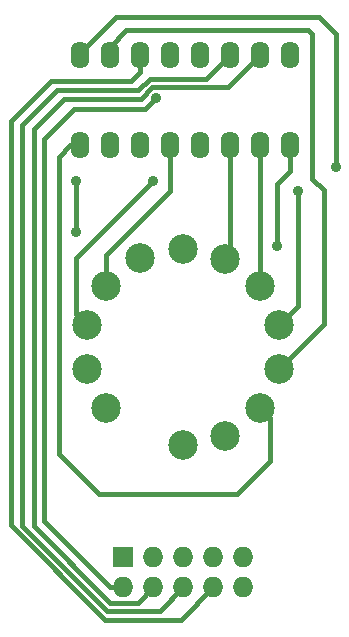
<source format=gtl>
G04 #@! TF.FileFunction,Copper,L1,Top,Signal*
%FSLAX46Y46*%
G04 Gerber Fmt 4.6, Leading zero omitted, Abs format (unit mm)*
G04 Created by KiCad (PCBNEW 4.0.4-stable) date 12/20/16 14:51:55*
%MOMM*%
%LPD*%
G01*
G04 APERTURE LIST*
%ADD10C,0.100000*%
%ADD11R,1.727200X1.727200*%
%ADD12O,1.727200X1.727200*%
%ADD13O,1.600000X2.300000*%
%ADD14C,2.500000*%
%ADD15C,0.889000*%
%ADD16C,0.381000*%
G04 APERTURE END LIST*
D10*
D11*
X141777720Y-121554240D03*
D12*
X141777720Y-124094240D03*
X144317720Y-121554240D03*
X144317720Y-124094240D03*
X146857720Y-121554240D03*
X146857720Y-124094240D03*
X149397720Y-121554240D03*
X149397720Y-124094240D03*
X151937720Y-121554240D03*
X151937720Y-124094240D03*
D13*
X138079480Y-79070200D03*
X140619480Y-79070200D03*
X143159480Y-79070200D03*
X145699480Y-79070200D03*
X148239480Y-79070200D03*
X150779480Y-79070200D03*
X153319480Y-79070200D03*
X155859480Y-79070200D03*
X155859480Y-86690200D03*
X153319480Y-86690200D03*
X150779480Y-86690200D03*
X148239480Y-86690200D03*
X145699480Y-86690200D03*
X143159480Y-86690200D03*
X140619480Y-86690200D03*
X138079480Y-86690200D03*
D14*
X140271680Y-108964240D03*
X138671680Y-105624240D03*
X138671680Y-101914240D03*
X140281680Y-98574240D03*
X143181680Y-96264240D03*
X146791680Y-95444240D03*
X150411680Y-96274240D03*
X153301680Y-98584240D03*
X154911680Y-105634240D03*
X154911680Y-101914240D03*
X153301680Y-108964240D03*
X150401680Y-111284240D03*
X146791680Y-112104240D03*
D15*
X137750000Y-94000000D03*
X137750000Y-89750000D03*
X144250000Y-89750000D03*
X154750000Y-95250000D03*
X156524960Y-90581480D03*
X159750000Y-88500000D03*
X144551400Y-82661760D03*
D16*
X137750000Y-89750000D02*
X137750000Y-94000000D01*
X155859480Y-86690200D02*
X155859480Y-88879680D01*
X154762200Y-89976960D02*
X154750000Y-95250000D01*
X155859480Y-88879680D02*
X154762200Y-89976960D01*
X137750000Y-100992560D02*
X138671680Y-101914240D01*
X137750000Y-96250000D02*
X137750000Y-100992560D01*
X144251680Y-89748320D02*
X137750000Y-96250000D01*
X145699480Y-86690200D02*
X145699480Y-90535760D01*
X140281680Y-95953560D02*
X140281680Y-98574240D01*
X145699480Y-90535760D02*
X140281680Y-95953560D01*
X150779480Y-86690200D02*
X150779480Y-95906440D01*
X150779480Y-95906440D02*
X150411680Y-96274240D01*
X153319480Y-86690200D02*
X153319480Y-98566440D01*
X153319480Y-98566440D02*
X153301680Y-98584240D01*
X156443680Y-76931520D02*
X157431520Y-76931520D01*
X140619480Y-78328520D02*
X142016480Y-76931520D01*
X142016480Y-76931520D02*
X156443680Y-76931520D01*
X157750000Y-77250000D02*
X157750000Y-78238480D01*
X157431520Y-76931520D02*
X157750000Y-77250000D01*
X157750320Y-78238160D02*
X157750000Y-78238480D01*
X154911680Y-105634240D02*
X157500320Y-103045600D01*
X157750000Y-78238480D02*
X157750000Y-89500000D01*
X157750000Y-89500000D02*
X158750000Y-90500000D01*
X158750000Y-90500000D02*
X158750000Y-101795920D01*
X158750000Y-101795920D02*
X157500320Y-103045600D01*
X140619480Y-79070200D02*
X140619480Y-78328520D01*
X156524960Y-90581480D02*
X156524960Y-100300960D01*
X154911680Y-101914240D02*
X156524960Y-100300960D01*
X158329160Y-75829160D02*
X159750000Y-77250000D01*
X159750000Y-77250000D02*
X159750000Y-78749400D01*
X159750000Y-78749400D02*
X159750000Y-87198960D01*
X158329160Y-75829160D02*
X156750000Y-75829160D01*
X159750000Y-88500000D02*
X159750000Y-87198960D01*
X138079480Y-79070200D02*
X138079480Y-78902560D01*
X138079480Y-78902560D02*
X141152880Y-75829160D01*
X141152880Y-75829160D02*
X156750000Y-75829160D01*
X156750000Y-75829160D02*
X156829760Y-75829160D01*
X155402280Y-101423640D02*
X154911680Y-101914240D01*
X155402280Y-101423640D02*
X154911680Y-101914240D01*
X138079480Y-86690200D02*
X137276840Y-86690200D01*
X154147520Y-113436400D02*
X154147520Y-109810080D01*
X151353520Y-116230400D02*
X154147520Y-113436400D01*
X139730480Y-116230400D02*
X151353520Y-116230400D01*
X136291320Y-112791240D02*
X139730480Y-116230400D01*
X136291320Y-87675720D02*
X136291320Y-112791240D01*
X137276840Y-86690200D02*
X136291320Y-87675720D01*
X154147520Y-109810080D02*
X153301680Y-108964240D01*
X153151840Y-108814400D02*
X153301680Y-108964240D01*
X137586720Y-83596480D02*
X143616680Y-83596480D01*
X135026400Y-86156800D02*
X137586720Y-83596480D01*
X141777720Y-124094240D02*
X140634720Y-124094240D01*
X135026400Y-118485920D02*
X135026400Y-87228680D01*
X140634720Y-124094240D02*
X135026400Y-118485920D01*
X135026400Y-87228680D02*
X135026400Y-86156800D01*
X143616680Y-83596480D02*
X144551400Y-82661760D01*
X136743440Y-82753200D02*
X143271240Y-82753200D01*
X134167880Y-85328760D02*
X136743440Y-82753200D01*
X134167880Y-86573360D02*
X134167880Y-85328760D01*
X150596600Y-81793080D02*
X153319480Y-79070200D01*
X144231360Y-81793080D02*
X150596600Y-81793080D01*
X143271240Y-82753200D02*
X144231360Y-81793080D01*
X144317720Y-124094240D02*
X144302480Y-124094240D01*
X144302480Y-124094240D02*
X142976600Y-125420120D01*
X142976600Y-125420120D02*
X140644880Y-125420120D01*
X140644880Y-125420120D02*
X134167880Y-118943120D01*
X134167880Y-118943120D02*
X134167880Y-86573360D01*
X134167880Y-86573360D02*
X134172960Y-86568280D01*
X136138920Y-82036920D02*
X143012160Y-82036920D01*
X133192520Y-84983320D02*
X136138920Y-82036920D01*
X133192520Y-85973920D02*
X133192520Y-84983320D01*
X148798280Y-81051400D02*
X150779480Y-79070200D01*
X143997680Y-81051400D02*
X148798280Y-81051400D01*
X143012160Y-82036920D02*
X143997680Y-81051400D01*
X146857720Y-124094240D02*
X146857720Y-124109480D01*
X146857720Y-124109480D02*
X144886680Y-126080520D01*
X144886680Y-126080520D02*
X140390880Y-126080520D01*
X140390880Y-126080520D02*
X133192520Y-118882160D01*
X133192520Y-118882160D02*
X133192520Y-85973920D01*
X133192520Y-85973920D02*
X133192520Y-85938360D01*
X132222240Y-85338920D02*
X132222240Y-84653120D01*
X132222240Y-118872000D02*
X132222240Y-85338920D01*
X140192760Y-126842520D02*
X132222240Y-118872000D01*
X146654520Y-126842520D02*
X140192760Y-126842520D01*
X149397720Y-124099320D02*
X146654520Y-126842520D01*
X143159480Y-80477360D02*
X143159480Y-79070200D01*
X142412720Y-81224120D02*
X143159480Y-80477360D01*
X135651240Y-81224120D02*
X142412720Y-81224120D01*
X132222240Y-84653120D02*
X135651240Y-81224120D01*
X149397720Y-124094240D02*
X149397720Y-124099320D01*
M02*

</source>
